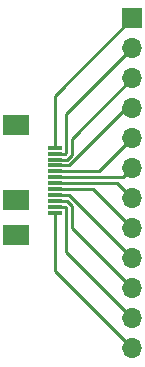
<source format=gbr>
%TF.GenerationSoftware,KiCad,Pcbnew,5.1.6-c6e7f7d~86~ubuntu18.04.1*%
%TF.CreationDate,2020-05-28T22:35:11-04:00*%
%TF.ProjectId,2020 05 FPC Breakout,32303230-2030-4352-9046-504320427265,rev?*%
%TF.SameCoordinates,Original*%
%TF.FileFunction,Copper,L1,Top*%
%TF.FilePolarity,Positive*%
%FSLAX46Y46*%
G04 Gerber Fmt 4.6, Leading zero omitted, Abs format (unit mm)*
G04 Created by KiCad (PCBNEW 5.1.6-c6e7f7d~86~ubuntu18.04.1) date 2020-05-28 22:35:11*
%MOMM*%
%LPD*%
G01*
G04 APERTURE LIST*
%TA.AperFunction,ComponentPad*%
%ADD10O,1.700000X1.700000*%
%TD*%
%TA.AperFunction,ComponentPad*%
%ADD11R,1.700000X1.700000*%
%TD*%
%TA.AperFunction,SMDPad,CuDef*%
%ADD12R,2.200000X1.800000*%
%TD*%
%TA.AperFunction,SMDPad,CuDef*%
%ADD13R,1.300000X0.300000*%
%TD*%
%TA.AperFunction,Conductor*%
%ADD14C,0.250000*%
%TD*%
G04 APERTURE END LIST*
D10*
%TO.P,J2,12*%
%TO.N,Net-(J1-Pad12)*%
X142944000Y-103906500D03*
%TO.P,J2,11*%
%TO.N,Net-(J1-Pad11)*%
X142944000Y-101366500D03*
%TO.P,J2,10*%
%TO.N,Net-(J1-Pad10)*%
X142944000Y-98826500D03*
%TO.P,J2,9*%
%TO.N,Net-(J1-Pad9)*%
X142944000Y-96286500D03*
%TO.P,J2,8*%
%TO.N,Net-(J1-Pad8)*%
X142944000Y-93746500D03*
%TO.P,J2,7*%
%TO.N,Net-(J1-Pad7)*%
X142944000Y-91206500D03*
%TO.P,J2,6*%
%TO.N,Net-(J1-Pad6)*%
X142944000Y-88666500D03*
%TO.P,J2,5*%
%TO.N,Net-(J1-Pad5)*%
X142944000Y-86126500D03*
%TO.P,J2,4*%
%TO.N,Net-(J1-Pad4)*%
X142944000Y-83586500D03*
%TO.P,J2,3*%
%TO.N,Net-(J1-Pad3)*%
X142944000Y-81046500D03*
%TO.P,J2,2*%
%TO.N,Net-(J1-Pad2)*%
X142944000Y-78506500D03*
D11*
%TO.P,J2,1*%
%TO.N,Net-(J1-Pad1)*%
X142944000Y-75966500D03*
%TD*%
D12*
%TO.P,J1,*%
%TO.N,*%
X133148000Y-91331500D03*
D13*
%TO.P,J1,12*%
%TO.N,Net-(J1-Pad12)*%
X136398000Y-92431500D03*
%TO.P,J1,11*%
%TO.N,Net-(J1-Pad11)*%
X136398000Y-91931500D03*
%TO.P,J1,10*%
%TO.N,Net-(J1-Pad10)*%
X136398000Y-91431500D03*
%TO.P,J1,9*%
%TO.N,Net-(J1-Pad9)*%
X136398000Y-90931500D03*
%TO.P,J1,8*%
%TO.N,Net-(J1-Pad8)*%
X136398000Y-90431500D03*
%TO.P,J1,7*%
%TO.N,Net-(J1-Pad7)*%
X136398000Y-89931500D03*
%TO.P,J1,5*%
%TO.N,Net-(J1-Pad5)*%
X136398000Y-88931500D03*
%TO.P,J1,4*%
%TO.N,Net-(J1-Pad4)*%
X136398000Y-88431500D03*
%TO.P,J1,3*%
%TO.N,Net-(J1-Pad3)*%
X136398000Y-87931500D03*
%TO.P,J1,2*%
%TO.N,Net-(J1-Pad2)*%
X136398000Y-87431500D03*
%TO.P,J1,1*%
%TO.N,Net-(J1-Pad1)*%
X136398000Y-86931500D03*
D12*
%TO.P,J1,*%
%TO.N,*%
X133148000Y-85031500D03*
D13*
%TO.P,J1,6*%
%TO.N,Net-(J1-Pad6)*%
X136398000Y-89431500D03*
D12*
%TO.P,J1,*%
%TO.N,*%
X133148000Y-94331500D03*
%TD*%
D14*
%TO.N,Net-(J1-Pad12)*%
X136398000Y-97360500D02*
X142944000Y-103906500D01*
X136398000Y-92431500D02*
X136398000Y-97360500D01*
%TO.N,Net-(J1-Pad11)*%
X137373001Y-95795501D02*
X142944000Y-101366500D01*
X137373001Y-92021499D02*
X137373001Y-95795501D01*
X136398000Y-91956499D02*
X137308001Y-91956499D01*
X136398000Y-91931500D02*
X136398000Y-91956499D01*
X137308001Y-91956499D02*
X137373001Y-92021499D01*
%TO.N,Net-(J1-Pad10)*%
X136398000Y-91431500D02*
X137419413Y-91431500D01*
X142094001Y-97976501D02*
X142944000Y-98826500D01*
X137823012Y-91835099D02*
X137823012Y-93705512D01*
X137419413Y-91431500D02*
X137823012Y-91835099D01*
X137823012Y-93705512D02*
X142094001Y-97976501D01*
%TO.N,Net-(J1-Pad9)*%
X137589000Y-90931500D02*
X142944000Y-96286500D01*
X136398000Y-90931500D02*
X137589000Y-90931500D01*
%TO.N,Net-(J1-Pad8)*%
X136398000Y-90431500D02*
X139629000Y-90431500D01*
X139629000Y-90431500D02*
X142944000Y-93746500D01*
%TO.N,Net-(J1-Pad7)*%
X141669000Y-89931500D02*
X142944000Y-91206500D01*
X136398000Y-89931500D02*
X141669000Y-89931500D01*
%TO.N,Net-(J1-Pad5)*%
X140139000Y-88931500D02*
X142944000Y-86126500D01*
X136398000Y-88931500D02*
X140139000Y-88931500D01*
%TO.N,Net-(J1-Pad4)*%
X142400823Y-83586500D02*
X142944000Y-83586500D01*
X137555823Y-88431500D02*
X142400823Y-83586500D01*
X136398000Y-88431500D02*
X137555823Y-88431500D01*
%TO.N,Net-(J1-Pad3)*%
X137823012Y-86167488D02*
X142944000Y-81046500D01*
X137823012Y-87527901D02*
X137823012Y-86167488D01*
X137419413Y-87931500D02*
X137823012Y-87527901D01*
X136398000Y-87931500D02*
X137419413Y-87931500D01*
%TO.N,Net-(J1-Pad2)*%
X137373001Y-87341502D02*
X137373001Y-84077499D01*
X136398000Y-87431500D02*
X137283003Y-87431500D01*
X137283003Y-87431500D02*
X137373001Y-87341502D01*
X137373001Y-84077499D02*
X142944000Y-78506500D01*
%TO.N,Net-(J1-Pad1)*%
X136398000Y-82512500D02*
X142944000Y-75966500D01*
X136398000Y-86931500D02*
X136398000Y-82512500D01*
%TO.N,Net-(J1-Pad6)*%
X142179000Y-89431500D02*
X142944000Y-88666500D01*
X136398000Y-89431500D02*
X142179000Y-89431500D01*
%TD*%
M02*

</source>
